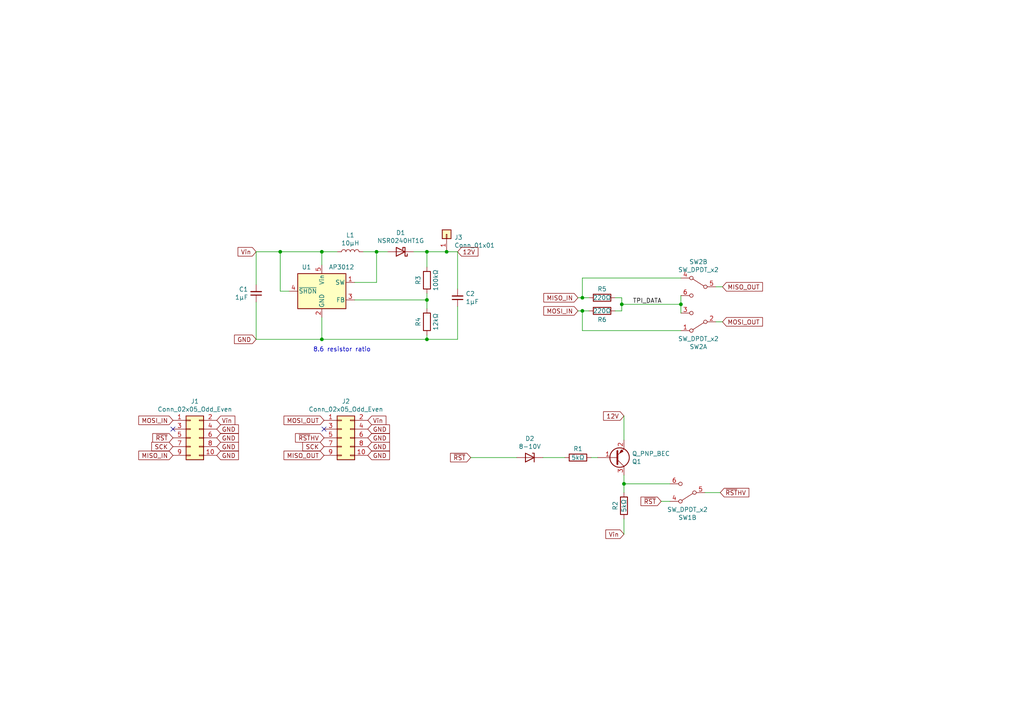
<source format=kicad_sch>
(kicad_sch (version 20211123) (generator eeschema)
  (paper "A4")
  (lib_symbols
    (symbol "Connector_Generic:Conn_01x01" (pin_names (offset 1.016) hide)
      (property "Reference" "J" (at 0 2.54 0))
      (property "Value" "Conn_01x01" (at 0 -2.54 0))
      (symbol "Conn_01x01_1_1"
        (rectangle (start -1.27 0.127) (end 0 -0.127) (stroke (width 0.1524)))
        (rectangle (start -1.27 1.27) (end 1.27 -1.27) (stroke (width 0.254)) (fill (type background)))
        (pin passive line (at -5.08 0 0) (length 3.81) (name "Pin_1") (number "1"))
      )
    )
    (symbol "Connector_Generic:Conn_02x05_Odd_Even" (pin_names (offset 1.016) hide)
      (property "Reference" "J" (at 1.27 7.62 0))
      (property "Value" "Conn_02x05_Odd_Even" (at 1.27 -7.62 0))
      (symbol "Conn_02x05_Odd_Even_1_1"
        (rectangle (start -1.27 -4.953) (end 0 -5.207) (stroke (width 0.1524)))
        (rectangle (start -1.27 -2.413) (end 0 -2.667) (stroke (width 0.1524)))
        (rectangle (start -1.27 0.127) (end 0 -0.127) (stroke (width 0.1524)))
        (rectangle (start -1.27 2.667) (end 0 2.413) (stroke (width 0.1524)))
        (rectangle (start -1.27 5.207) (end 0 4.953) (stroke (width 0.1524)))
        (rectangle (start -1.27 6.35) (end 3.81 -6.35) (stroke (width 0.254)) (fill (type background)))
        (rectangle (start 3.81 -4.953) (end 2.54 -5.207) (stroke (width 0.1524)))
        (rectangle (start 3.81 -2.413) (end 2.54 -2.667) (stroke (width 0.1524)))
        (rectangle (start 3.81 0.127) (end 2.54 -0.127) (stroke (width 0.1524)))
        (rectangle (start 3.81 2.667) (end 2.54 2.413) (stroke (width 0.1524)))
        (rectangle (start 3.81 5.207) (end 2.54 4.953) (stroke (width 0.1524)))
        (pin passive line (at -5.08 5.08 0) (length 3.81) (name "Pin_1") (number "1"))
        (pin passive line (at 7.62 -5.08 180) (length 3.81) (name "Pin_10") (number "10"))
        (pin passive line (at 7.62 5.08 180) (length 3.81) (name "Pin_2") (number "2"))
        (pin passive line (at -5.08 2.54 0) (length 3.81) (name "Pin_3") (number "3"))
        (pin passive line (at 7.62 2.54 180) (length 3.81) (name "Pin_4") (number "4"))
        (pin passive line (at -5.08 0 0) (length 3.81) (name "Pin_5") (number "5"))
        (pin passive line (at 7.62 0 180) (length 3.81) (name "Pin_6") (number "6"))
        (pin passive line (at -5.08 -2.54 0) (length 3.81) (name "Pin_7") (number "7"))
        (pin passive line (at 7.62 -2.54 180) (length 3.81) (name "Pin_8") (number "8"))
        (pin passive line (at -5.08 -5.08 0) (length 3.81) (name "Pin_9") (number "9"))
      )
    )
    (symbol "Device:C_Small" (pin_numbers hide) (pin_names (offset 0.254) hide)
      (property "Reference" "C" (at 0.254 1.778 0))
      (property "Value" "C_Small" (at 0.254 -2.032 0))
      (symbol "C_Small_0_1"
        (polyline (pts (xy -1.524 -0.508) (xy 1.524 -0.508)) (stroke (width 0.3302)))
        (polyline (pts (xy -1.524 0.508) (xy 1.524 0.508)) (stroke (width 0.3048)))
      )
      (symbol "C_Small_1_1"
        (pin passive line (at 0 2.54 270) (length 2.032) (name "~") (number "1"))
        (pin passive line (at 0 -2.54 90) (length 2.032) (name "~") (number "2"))
      )
    )
    (symbol "Device:D_Schottky" (pin_numbers hide) (pin_names (offset 1.016) hide)
      (property "Reference" "D" (at 0 2.54 0))
      (property "Value" "D_Schottky" (at 0 -2.54 0))
      (symbol "D_Schottky_0_1"
        (polyline (pts (xy 1.27 0) (xy -1.27 0)))
        (polyline (pts (xy 1.27 1.27) (xy 1.27 -1.27) (xy -1.27 0) (xy 1.27 1.27)) (stroke (width 0.254)))
        (polyline (pts (xy -1.905 0.635) (xy -1.905 1.27) (xy -1.27 1.27) (xy -1.27 -1.27) (xy -0.635 -1.27) (xy -0.635 -0.635)) (stroke (width 0.254)))
      )
      (symbol "D_Schottky_1_1"
        (pin passive line (at -3.81 0 0) (length 2.54) (name "K") (number "1"))
        (pin passive line (at 3.81 0 180) (length 2.54) (name "A") (number "2"))
      )
    )
    (symbol "Device:D_Zener" (pin_numbers hide) (pin_names (offset 1.016) hide)
      (property "Reference" "D" (at 0 2.54 0))
      (property "Value" "D_Zener" (at 0 -2.54 0))
      (symbol "D_Zener_0_1"
        (polyline (pts (xy 1.27 0) (xy -1.27 0)))
        (polyline (pts (xy -1.27 -1.27) (xy -1.27 1.27) (xy -0.762 1.27)) (stroke (width 0.254)))
        (polyline (pts (xy 1.27 -1.27) (xy 1.27 1.27) (xy -1.27 0) (xy 1.27 -1.27)) (stroke (width 0.254)))
      )
      (symbol "D_Zener_1_1"
        (pin passive line (at -3.81 0 0) (length 2.54) (name "K") (number "1"))
        (pin passive line (at 3.81 0 180) (length 2.54) (name "A") (number "2"))
      )
    )
    (symbol "Device:L" (pin_numbers hide) (pin_names (offset 1.016) hide)
      (property "Reference" "L" (at -1.27 0 90))
      (property "Value" "L" (at 1.905 0 90))
      (symbol "L_0_1"
        (arc (start 0 -2.54) (mid 0.635 -1.905) (end 0 -1.27))
        (arc (start 0 -1.27) (mid 0.635 -0.635) (end 0 0))
        (arc (start 0 0) (mid 0.635 0.635) (end 0 1.27))
        (arc (start 0 1.27) (mid 0.635 1.905) (end 0 2.54))
      )
      (symbol "L_1_1"
        (pin passive line (at 0 3.81 270) (length 1.27) (name "1") (number "1"))
        (pin passive line (at 0 -3.81 90) (length 1.27) (name "2") (number "2"))
      )
    )
    (symbol "Device:Q_PNP_BEC" (pin_names (offset 0) hide)
      (property "Reference" "Q" (at 5.08 1.27 0))
      (property "Value" "Q_PNP_BEC" (at 5.08 -1.27 0))
      (symbol "Q_PNP_BEC_0_1"
        (polyline (pts (xy 0.635 0.635) (xy 2.54 2.54)))
        (polyline (pts (xy 0.635 -0.635) (xy 2.54 -2.54) (xy 2.54 -2.54)))
        (polyline (pts (xy 0.635 1.905) (xy 0.635 -1.905) (xy 0.635 -1.905)) (stroke (width 0.508)))
        (polyline (pts (xy 2.286 -1.778) (xy 1.778 -2.286) (xy 1.27 -1.27) (xy 2.286 -1.778) (xy 2.286 -1.778)) (fill (type outline)))
        (circle (center 1.27 0) (radius 2.8194) (stroke (width 0.254)))
      )
      (symbol "Q_PNP_BEC_1_1"
        (pin input line (at -5.08 0 0) (length 5.715) (name "B") (number "1"))
        (pin passive line (at 2.54 -5.08 90) (length 2.54) (name "E") (number "2"))
        (pin passive line (at 2.54 5.08 270) (length 2.54) (name "C") (number "3"))
      )
    )
    (symbol "Device:R" (pin_numbers hide) (pin_names (offset 0))
      (property "Reference" "R" (at 2.032 0 90))
      (property "Value" "R" (at 0 0 90))
      (symbol "R_0_1"
        (rectangle (start -1.016 -2.54) (end 1.016 2.54) (stroke (width 0.254)))
      )
      (symbol "R_1_1"
        (pin passive line (at 0 3.81 270) (length 1.27) (name "~") (number "1"))
        (pin passive line (at 0 -3.81 90) (length 1.27) (name "~") (number "2"))
      )
    )
    (symbol "HV_TPI_tool:AP3012" (pin_names (offset 0.254))
      (property "Reference" "U" (at 1.905 8.255 0))
      (property "Value" "AP3012" (at 1.27 6.35 0))
      (symbol "AP3012_0_1"
        (rectangle (start -6.985 -5.08) (end 6.985 5.08) (stroke (width 0.254)) (fill (type background)))
      )
      (symbol "AP3012_1_1"
        (pin passive line (at 9.525 2.54 180) (length 2.54) (name "SW") (number "1"))
        (pin power_in line (at 0 -7.62 90) (length 2.54) (name "GND") (number "2"))
        (pin power_out line (at 9.525 -2.54 180) (length 2.54) (name "FB") (number "3"))
        (pin passive line (at -9.525 0 0) (length 2.54) (name "~{SHDN}") (number "4"))
        (pin power_in line (at 0 7.62 270) (length 2.54) (name "Vin") (number "5"))
      )
    )
    (symbol "Switch:SW_DPDT_x2" (pin_names (offset 0) hide)
      (property "Reference" "SW" (at 0 4.318 0))
      (property "Value" "SW_DPDT_x2" (at 0 -5.08 0))
      (symbol "SW_DPDT_x2_0_0"
        (circle (center -2.032 0) (radius 0.508))
        (circle (center 2.032 -2.54) (radius 0.508))
      )
      (symbol "SW_DPDT_x2_0_1"
        (polyline (pts (xy -1.524 0.254) (xy 1.651 2.286)))
        (circle (center 2.032 2.54) (radius 0.508))
      )
      (symbol "SW_DPDT_x2_1_1"
        (pin passive line (at 5.08 2.54 180) (length 2.54) (name "A") (number "1"))
        (pin passive line (at -5.08 0 0) (length 2.54) (name "B") (number "2"))
        (pin passive line (at 5.08 -2.54 180) (length 2.54) (name "C") (number "3"))
      )
      (symbol "SW_DPDT_x2_2_1"
        (pin passive line (at 5.08 2.54 180) (length 2.54) (name "A") (number "4"))
        (pin passive line (at -5.08 0 0) (length 2.54) (name "B") (number "5"))
        (pin passive line (at 5.08 -2.54 180) (length 2.54) (name "C") (number "6"))
      )
    )
  )
  (junction (at 123.825 73.025))
  (junction (at 123.825 86.995))
  (junction (at 123.825 98.425))
  (junction (at 109.22 73.025))
  (junction (at 180.34 88.265))
  (junction (at 129.54 73.025))
  (junction (at 168.91 90.17))
  (junction (at 197.485 88.265))
  (junction (at 180.975 140.335))
  (junction (at 168.91 86.36))
  (junction (at 93.345 98.425))
  (junction (at 81.28 73.025))
  (junction (at 93.345 73.025))
  (no_connect (at 50.165 124.46))
  (no_connect (at 93.98 124.46))
  (wire (pts (xy 74.295 82.55) (xy 74.295 73.025)))
  (wire (pts (xy 109.22 73.025) (xy 112.395 73.025)))
  (wire (pts (xy 123.825 73.025) (xy 129.54 73.025)))
  (wire (pts (xy 123.825 73.025) (xy 123.825 77.47)))
  (wire (pts (xy 180.975 140.335) (xy 194.31 140.335)))
  (wire (pts (xy 83.82 84.455) (xy 81.28 84.455)))
  (wire (pts (xy 197.485 88.265) (xy 197.485 90.805)))
  (wire (pts (xy 102.87 86.995) (xy 123.825 86.995)))
  (wire (pts (xy 180.975 137.795) (xy 180.975 140.335)))
  (wire (pts (xy 120.015 73.025) (xy 123.825 73.025)))
  (wire (pts (xy 180.34 88.265) (xy 180.34 90.17)))
  (wire (pts (xy 93.345 76.835) (xy 93.345 73.025)))
  (wire (pts (xy 209.55 93.345) (xy 207.645 93.345)))
  (wire (pts (xy 168.91 80.645) (xy 168.91 86.36)))
  (wire (pts (xy 180.975 120.65) (xy 180.975 127.635)))
  (wire (pts (xy 168.91 90.17) (xy 170.815 90.17)))
  (wire (pts (xy 81.28 73.025) (xy 93.345 73.025)))
  (wire (pts (xy 93.345 98.425) (xy 74.295 98.425)))
  (wire (pts (xy 93.345 98.425) (xy 93.345 92.075)))
  (wire (pts (xy 180.34 90.17) (xy 178.435 90.17)))
  (wire (pts (xy 180.34 88.265) (xy 197.485 88.265)))
  (wire (pts (xy 74.295 73.025) (xy 81.28 73.025)))
  (wire (pts (xy 129.54 73.025) (xy 132.715 73.025)))
  (wire (pts (xy 93.345 73.025) (xy 97.79 73.025)))
  (wire (pts (xy 197.485 85.725) (xy 197.485 88.265)))
  (wire (pts (xy 204.47 142.875) (xy 208.915 142.875)))
  (wire (pts (xy 168.91 95.885) (xy 197.485 95.885)))
  (wire (pts (xy 132.715 73.025) (xy 132.715 83.82)))
  (wire (pts (xy 109.22 81.915) (xy 109.22 73.025)))
  (wire (pts (xy 123.825 86.995) (xy 123.825 89.535)))
  (wire (pts (xy 81.28 84.455) (xy 81.28 73.025)))
  (wire (pts (xy 167.64 90.17) (xy 168.91 90.17)))
  (wire (pts (xy 180.975 140.335) (xy 180.975 142.875)))
  (wire (pts (xy 102.87 81.915) (xy 109.22 81.915)))
  (wire (pts (xy 180.34 86.36) (xy 180.34 88.265)))
  (wire (pts (xy 74.295 98.425) (xy 74.295 87.63)))
  (wire (pts (xy 157.48 132.715) (xy 163.83 132.715)))
  (wire (pts (xy 105.41 73.025) (xy 109.22 73.025)))
  (wire (pts (xy 132.715 98.425) (xy 123.825 98.425)))
  (wire (pts (xy 123.825 97.155) (xy 123.825 98.425)))
  (wire (pts (xy 178.435 86.36) (xy 180.34 86.36)))
  (wire (pts (xy 168.91 90.17) (xy 168.91 95.885)))
  (wire (pts (xy 167.64 86.36) (xy 168.91 86.36)))
  (wire (pts (xy 191.77 145.415) (xy 194.31 145.415)))
  (wire (pts (xy 209.55 83.185) (xy 207.645 83.185)))
  (wire (pts (xy 168.91 86.36) (xy 170.815 86.36)))
  (wire (pts (xy 180.975 150.495) (xy 180.975 154.94)))
  (wire (pts (xy 136.525 132.715) (xy 149.86 132.715)))
  (wire (pts (xy 197.485 80.645) (xy 168.91 80.645)))
  (wire (pts (xy 123.825 98.425) (xy 93.345 98.425)))
  (wire (pts (xy 171.45 132.715) (xy 173.355 132.715)))
  (wire (pts (xy 132.715 88.9) (xy 132.715 98.425)))
  (wire (pts (xy 123.825 85.09) (xy 123.825 86.995)))
  (text "8.6 resistor ratio" (at 90.805 102.235 0) (effects (font (size 1.27 1.27)) (justify left bottom)))
  (label "TPI_DATA" (at 183.515 88.265 0))
  (global_label "MOSI_IN" (shape input) (at 167.64 90.17 180) (property "Intersheet References" "${INTERSHEET_REFS}" (effects hide)))
  (global_label "GND" (shape input) (at 106.68 124.46 0) (property "Intersheet References" "${INTERSHEET_REFS}" (effects hide)))
  (global_label "~{RST}" (shape input) (at 191.77 145.415 180) (property "Intersheet References" "${INTERSHEET_REFS}" (effects hide)))
  (global_label "MOSI_IN" (shape input) (at 50.165 121.92 180) (property "Intersheet References" "${INTERSHEET_REFS}" (effects hide)))
  (global_label "GND" (shape input) (at 74.295 98.425 180) (property "Intersheet References" "${INTERSHEET_REFS}" (effects hide)))
  (global_label "12V" (shape input) (at 132.715 73.025 0) (property "Intersheet References" "${INTERSHEET_REFS}" (effects hide)))
  (global_label "~{RST}" (shape input) (at 136.525 132.715 180) (property "Intersheet References" "${INTERSHEET_REFS}" (effects hide)))
  (global_label "Vin" (shape input) (at 74.295 73.025 180) (property "Intersheet References" "${INTERSHEET_REFS}" (effects hide)))
  (global_label "GND" (shape input) (at 62.865 127 0) (property "Intersheet References" "${INTERSHEET_REFS}" (effects hide)))
  (global_label "~{RST}HV" (shape input) (at 93.98 127 180) (property "Intersheet References" "${INTERSHEET_REFS}" (effects hide)))
  (global_label "GND" (shape input) (at 106.68 129.54 0) (property "Intersheet References" "${INTERSHEET_REFS}" (effects hide)))
  (global_label "Vin" (shape input) (at 62.865 121.92 0) (property "Intersheet References" "${INTERSHEET_REFS}" (effects hide)))
  (global_label "SCK" (shape input) (at 93.98 129.54 180) (property "Intersheet References" "${INTERSHEET_REFS}" (effects hide)))
  (global_label "~{RST}" (shape input) (at 50.165 127 180) (property "Intersheet References" "${INTERSHEET_REFS}" (effects hide)))
  (global_label "Vin" (shape input) (at 106.68 121.92 0) (property "Intersheet References" "${INTERSHEET_REFS}" (effects hide)))
  (global_label "MISO_OUT" (shape input) (at 93.98 132.08 180) (property "Intersheet References" "${INTERSHEET_REFS}" (effects hide)))
  (global_label "MOSI_OUT" (shape input) (at 93.98 121.92 180) (property "Intersheet References" "${INTERSHEET_REFS}" (effects hide)))
  (global_label "MISO_IN" (shape input) (at 167.64 86.36 180) (property "Intersheet References" "${INTERSHEET_REFS}" (effects hide)))
  (global_label "~{RST}HV" (shape input) (at 208.915 142.875 0) (property "Intersheet References" "${INTERSHEET_REFS}" (effects hide)))
  (global_label "12V" (shape input) (at 180.975 120.65 180) (property "Intersheet References" "${INTERSHEET_REFS}" (effects hide)))
  (global_label "GND" (shape input) (at 62.865 124.46 0) (property "Intersheet References" "${INTERSHEET_REFS}" (effects hide)))
  (global_label "MISO_OUT" (shape input) (at 209.55 83.185 0) (property "Intersheet References" "${INTERSHEET_REFS}" (effects hide)))
  (global_label "MISO_IN" (shape input) (at 50.165 132.08 180) (property "Intersheet References" "${INTERSHEET_REFS}" (effects hide)))
  (global_label "MOSI_OUT" (shape input) (at 209.55 93.345 0) (property "Intersheet References" "${INTERSHEET_REFS}" (effects hide)))
  (global_label "SCK" (shape input) (at 50.165 129.54 180) (property "Intersheet References" "${INTERSHEET_REFS}" (effects hide)))
  (global_label "GND" (shape input) (at 106.68 132.08 0) (property "Intersheet References" "${INTERSHEET_REFS}" (effects hide)))
  (global_label "GND" (shape input) (at 62.865 132.08 0) (property "Intersheet References" "${INTERSHEET_REFS}" (effects hide)))
  (global_label "GND" (shape input) (at 62.865 129.54 0) (property "Intersheet References" "${INTERSHEET_REFS}" (effects hide)))
  (global_label "GND" (shape input) (at 106.68 127 0) (property "Intersheet References" "${INTERSHEET_REFS}" (effects hide)))
  (global_label "Vin" (shape input) (at 180.975 154.94 180) (property "Intersheet References" "${INTERSHEET_REFS}" (effects hide)))
  (symbol (lib_id "Connector_Generic:Conn_02x05_Odd_Even") (at 55.245 127 0) (unit 1)
    (property "Reference" "J1" (at 56.515 116.4082 0))
    (property "Value" "Conn_02x05_Odd_Even" (at 56.515 118.7196 0))
    (property "Footprint" "HV_TPI_tool:IDC_Socket_2x05_P2.54mm_edge-mount" (effects hide))
  )
  (symbol (lib_id "Device:Q_PNP_BEC") (at 178.435 132.715 0) (mirror x) (unit 1)
    (property "Reference" "Q1" (at 183.2864 133.8834 0) (effects (justify left)))
    (property "Value" "Q_PNP_BEC" (at 183.2864 131.572 0) (effects (justify left)))
    (property "Footprint" "Package_TO_SOT_SMD:SOT-23" (effects hide))
  )
  (symbol (lib_id "Connector_Generic:Conn_02x05_Odd_Even") (at 99.06 127 0) (unit 1)
    (property "Reference" "J2" (at 100.33 116.4082 0))
    (property "Value" "Conn_02x05_Odd_Even" (at 100.33 118.7196 0))
    (property "Footprint" "HV_TPI_tool:IDC_Header_2x05_P2.54mm_edge-mount" (effects hide))
  )
  (symbol (lib_id "Device:R") (at 167.64 132.715 270) (unit 1)
    (property "Reference" "R1" (at 167.64 130.175 90))
    (property "Value" "5kΩ" (at 167.64 132.715 90))
    (property "Footprint" "Resistor_SMD:R_0805_2012Metric" (effects hide))
  )
  (symbol (lib_id "Device:R") (at 180.975 146.685 0) (unit 1)
    (property "Reference" "R2" (at 178.435 146.685 90))
    (property "Value" "5kΩ" (at 180.975 146.685 90))
    (property "Footprint" "Resistor_SMD:R_0805_2012Metric" (effects hide))
  )
  (symbol (lib_id "HV_TPI_tool:AP3012") (at 93.345 84.455 0) (unit 1)
    (property "Reference" "U1" (at 88.9 77.47 0))
    (property "Value" "AP3012" (at 99.06 77.47 0))
    (property "Footprint" "Package_TO_SOT_SMD:SOT-23-5" (effects hide))
    (property "Datasheet" "http://pdfserv.maximintegrated.com/en/ds/MAX663-MAX666.pdf" (effects hide))
  )
  (symbol (lib_id "Device:L") (at 101.6 73.025 90) (unit 1)
    (property "Reference" "L1" (at 101.6 68.199 90))
    (property "Value" "10μH" (at 101.6 70.5104 90))
    (property "Footprint" "Inductor_SMD:L_0805_2012Metric" (effects hide))
  )
  (symbol (lib_id "Device:D_Schottky") (at 116.205 73.025 180) (unit 1)
    (property "Reference" "D1" (at 116.205 67.5132 0))
    (property "Value" "NSR0240HT1G" (at 116.205 69.8246 0))
    (property "Footprint" "Diode_SMD:D_SOD-323" (effects hide))
    (property "Datasheet" "https://www.onsemi.com/pdf/datasheet/nsr0240h-d.pdf" (effects hide))
  )
  (symbol (lib_id "Device:R") (at 123.825 81.28 180) (unit 1)
    (property "Reference" "R3" (at 121.285 81.28 90))
    (property "Value" "100kΩ" (at 126.365 81.28 90))
    (property "Footprint" "Resistor_SMD:R_0805_2012Metric" (effects hide))
  )
  (symbol (lib_id "Device:R") (at 123.825 93.345 180) (unit 1)
    (property "Reference" "R4" (at 121.285 93.345 90))
    (property "Value" "12kΩ" (at 126.365 93.345 90))
    (property "Footprint" "Resistor_SMD:R_0805_2012Metric" (effects hide))
  )
  (symbol (lib_id "Connector_Generic:Conn_01x01") (at 129.54 67.945 90) (unit 1)
    (property "Reference" "J3" (at 131.7752 68.8594 90) (effects (justify right)))
    (property "Value" "Conn_01x01" (at 131.7752 71.1708 90) (effects (justify right)))
    (property "Footprint" "Connector_PinHeader_2.54mm:PinHeader_1x01_P2.54mm_Vertical" (effects hide))
  )
  (symbol (lib_id "Device:C_Small") (at 74.295 85.09 0) (mirror x) (unit 1)
    (property "Reference" "C1" (at 71.9836 83.9216 0) (effects (justify right)))
    (property "Value" "1μF" (at 71.9836 86.233 0) (effects (justify right)))
    (property "Footprint" "Capacitor_SMD:C_0805_2012Metric" (effects hide))
  )
  (symbol (lib_id "Device:C_Small") (at 132.715 86.36 180) (unit 1)
    (property "Reference" "C2" (at 135.0518 85.1916 0) (effects (justify right)))
    (property "Value" "1μF" (at 135.0518 87.503 0) (effects (justify right)))
    (property "Footprint" "Capacitor_SMD:C_0805_2012Metric" (effects hide))
  )
  (symbol (lib_id "Device:D_Zener") (at 153.67 132.715 0) (mirror y) (unit 1)
    (property "Reference" "D2" (at 153.67 127.2032 0))
    (property "Value" "8-10V" (at 153.67 129.5146 0))
    (property "Footprint" "Diode_SMD:D_MiniMELF" (effects hide))
  )
  (symbol (lib_id "Switch:SW_DPDT_x2") (at 199.39 142.875 180) (unit 2)
    (property "Reference" "SW1" (at 199.39 150.114 0))
    (property "Value" "SW_DPDT_x2" (at 199.39 147.8026 0))
    (property "Footprint" "Button_Switch_THT:SW_CuK_JS202011CQN_DPDT_Straight" (effects hide))
  )
  (symbol (lib_id "Device:R") (at 174.625 86.36 270) (unit 1)
    (property "Reference" "R5" (at 174.625 83.82 90))
    (property "Value" "220Ω" (at 174.625 86.36 90))
    (property "Footprint" "Resistor_SMD:R_0805_2012Metric" (effects hide))
  )
  (symbol (lib_id "Device:R") (at 174.625 90.17 90) (unit 1)
    (property "Reference" "R6" (at 174.625 92.71 90))
    (property "Value" "220Ω" (at 174.625 90.17 90))
    (property "Footprint" "Resistor_SMD:R_0805_2012Metric" (effects hide))
  )
  (symbol (lib_id "Switch:SW_DPDT_x2") (at 202.565 83.185 0) (mirror y) (unit 2)
    (property "Reference" "SW2" (at 202.565 75.946 0))
    (property "Value" "SW_DPDT_x2" (at 202.565 78.2574 0))
    (property "Footprint" "Button_Switch_THT:SW_CuK_JS202011CQN_DPDT_Straight" (effects hide))
  )
  (symbol (lib_id "Switch:SW_DPDT_x2") (at 202.565 93.345 180) (unit 1)
    (property "Reference" "SW2" (at 202.565 100.584 0))
    (property "Value" "SW_DPDT_x2" (at 202.565 98.2726 0))
    (property "Footprint" "Button_Switch_THT:SW_CuK_JS202011CQN_DPDT_Straight" (effects hide))
  )
)
</source>
